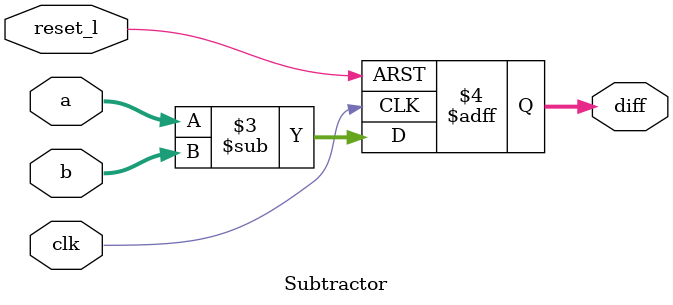
<source format=v>
module Subtractor (
    input clk,
    input reset_l,
    input [7:0] a,
    input [7:0] b,
    output reg [7:0] diff
);

always @(posedge clk, negedge reset_l) begin
    if (!reset_l) begin
        diff <= 8'b0;
    end
    else begin
        diff <= a - b;
    end
end

endmodule

</source>
